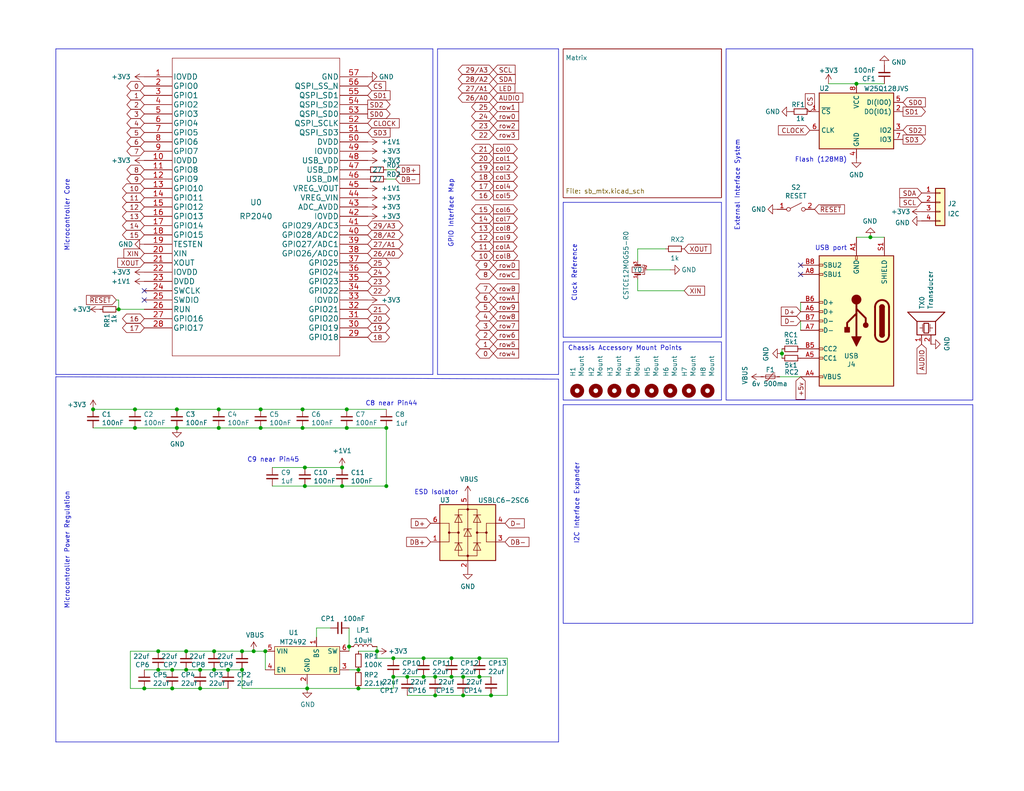
<source format=kicad_sch>
(kicad_sch (version 20230121) (generator eeschema)
  (paper "USLetter")
  (title_block (title "Sweet Business") (date "2021-09-10") (rev "Mark 1") (company "Everywhere Defense Industries") (comment 1 "Audio Interface Enabled") (comment 2 "Wow That's A Lot Of Buttons") (comment 3 "Maybe Too Many Lights?") (comment 4 "Reloads On Special Ammo Pickup"))
  (junction (at 105.41 116.84))
  (junction (at 59.69 111.76))
  (junction (at 43.18 182.88))
  (junction (at 126.365 189.865))
  (junction (at 115.57 184.785))
  (junction (at 82.55 116.84))
  (junction (at 48.26 111.76))
  (junction (at 83.82 187.96))
  (junction (at 72.39 177.8))
  (junction (at 54.61 182.88))
  (junction (at 25.4 111.76))
  (junction (at 123.19 184.785))
  (junction (at 102.87 177.8))
  (junction (at 213.36 96.52))
  (junction (at 97.79 187.96))
  (junction (at 50.8 177.8))
  (junction (at 93.345 127.635))
  (junction (at 118.745 189.865))
  (junction (at 133.985 189.865))
  (junction (at 36.83 116.84))
  (junction (at 105.41 132.715))
  (junction (at 50.8 182.88))
  (junction (at 115.57 179.705))
  (junction (at 123.19 179.705))
  (junction (at 32.385 84.455))
  (junction (at 54.61 187.96))
  (junction (at 71.12 116.84))
  (junction (at 126.365 184.785))
  (junction (at 107.315 184.785))
  (junction (at 118.745 184.785))
  (junction (at 71.12 111.76))
  (junction (at 66.04 182.88))
  (junction (at 48.26 116.84))
  (junction (at 58.42 177.8))
  (junction (at 237.49 64.77))
  (junction (at 94.615 116.84))
  (junction (at 83.185 132.715))
  (junction (at 39.37 187.96))
  (junction (at 111.125 184.785))
  (junction (at 97.79 182.88))
  (junction (at 95.25 176.53))
  (junction (at 43.18 177.8))
  (junction (at 66.04 177.8))
  (junction (at 58.42 182.88))
  (junction (at 59.69 116.84))
  (junction (at 83.185 127.635))
  (junction (at 93.345 132.715))
  (junction (at 36.83 111.76))
  (junction (at 46.99 182.88))
  (junction (at 46.99 187.96))
  (junction (at 69.215 177.8))
  (junction (at 107.315 179.705))
  (junction (at 130.81 184.785))
  (junction (at 130.81 179.705))
  (junction (at 233.68 22.86))
  (junction (at 82.55 111.76))
  (junction (at 62.23 182.88))
  (junction (at 94.615 111.76))
  (no_connect (at 39.37 81.915))
  (no_connect (at 39.37 79.375))
  (no_connect (at 218.44 74.93))
  (no_connect (at 218.44 72.39))
  (wire (pts (xy 86.36 173.99) (xy 86.36 171.45)))
  (wire (pts (xy 43.18 182.88) (xy 39.37 182.88)))
  (wire (pts (xy 218.44 82.55) (xy 218.44 85.09)))
  (wire (pts (xy 115.57 179.705) (xy 123.19 179.705)))
  (wire (pts (xy 71.12 116.84) (xy 59.69 116.84)))
  (wire (pts (xy 105.41 132.715) (xy 105.41 116.84)))
  (wire (pts (xy 123.19 184.785) (xy 118.745 184.785)))
  (polyline (pts (xy 15.24 202.565) (xy 152.4 202.565)))
  (polyline (pts (xy 152.4 102.235) (xy 152.4 13.335)))
  (polyline (pts (xy 152.4 103.505) (xy 152.4 202.565)))
  (wire (pts (xy 95.25 176.53) (xy 95.25 177.8)))
  (wire (pts (xy 94.615 116.84) (xy 105.41 116.84)))
  (wire (pts (xy 54.61 187.96) (xy 62.23 187.96)))
  (wire (pts (xy 95.25 171.45) (xy 95.25 176.53)))
  (wire (pts (xy 126.365 189.865) (xy 118.745 189.865)))
  (wire (pts (xy 82.55 116.84) (xy 71.12 116.84)))
  (wire (pts (xy 69.215 177.8) (xy 72.39 177.8)))
  (wire (pts (xy 74.295 127.635) (xy 83.185 127.635)))
  (polyline (pts (xy 15.24 102.235) (xy 15.24 13.335)))
  (wire (pts (xy 102.87 179.705) (xy 107.315 179.705)))
  (wire (pts (xy 36.83 111.76) (xy 25.4 111.76)))
  (wire (pts (xy 46.99 187.96) (xy 54.61 187.96)))
  (wire (pts (xy 54.61 182.88) (xy 50.8 182.88)))
  (wire (pts (xy 107.95 48.895) (xy 105.41 48.895)))
  (polyline (pts (xy 153.67 55.245) (xy 153.67 92.075)))
  (wire (pts (xy 94.615 111.76) (xy 105.41 111.76)))
  (polyline (pts (xy 153.67 170.18) (xy 153.67 110.49)))
  (wire (pts (xy 35.56 187.96) (xy 39.37 187.96)))
  (wire (pts (xy 111.125 184.785) (xy 115.57 184.785)))
  (wire (pts (xy 82.55 116.84) (xy 94.615 116.84)))
  (polyline (pts (xy 118.11 102.235) (xy 15.24 102.235)))
  (wire (pts (xy 32.385 81.915) (xy 32.385 84.455)))
  (polyline (pts (xy 198.12 109.22) (xy 198.12 13.335)))
  (polyline (pts (xy 153.67 92.075) (xy 196.85 92.075)))
  (wire (pts (xy 74.295 132.715) (xy 83.185 132.715)))
  (wire (pts (xy 31.75 81.915) (xy 32.385 81.915)))
  (wire (pts (xy 36.83 116.84) (xy 25.4 116.84)))
  (wire (pts (xy 118.745 189.865) (xy 111.125 189.865)))
  (wire (pts (xy 123.19 184.785) (xy 126.365 184.785)))
  (wire (pts (xy 118.745 184.785) (xy 115.57 184.785)))
  (wire (pts (xy 58.42 177.8) (xy 50.8 177.8)))
  (wire (pts (xy 107.315 184.785) (xy 107.315 187.96)))
  (wire (pts (xy 107.95 46.355) (xy 105.41 46.355)))
  (wire (pts (xy 86.36 171.45) (xy 90.17 171.45)))
  (wire (pts (xy 48.26 111.76) (xy 36.83 111.76)))
  (polyline (pts (xy 196.85 109.22) (xy 196.85 93.345)))
  (polyline (pts (xy 153.67 93.345) (xy 153.67 109.22)))
  (wire (pts (xy 233.68 22.86) (xy 241.3 22.86)))
  (wire (pts (xy 213.36 95.25) (xy 213.36 96.52)))
  (wire (pts (xy 173.99 67.945) (xy 173.99 71.12)))
  (polyline (pts (xy 153.67 110.49) (xy 265.43 110.49)))
  (wire (pts (xy 39.37 187.96) (xy 46.99 187.96)))
  (polyline (pts (xy 152.4 103.505) (xy 15.24 102.87)))
  (wire (pts (xy 138.43 179.705) (xy 138.43 189.865)))
  (wire (pts (xy 130.81 179.705) (xy 138.43 179.705)))
  (wire (pts (xy 59.69 116.84) (xy 48.26 116.84)))
  (wire (pts (xy 133.985 184.785) (xy 130.81 184.785)))
  (wire (pts (xy 83.82 187.96) (xy 97.79 187.96)))
  (wire (pts (xy 107.315 184.785) (xy 111.125 184.785)))
  (polyline (pts (xy 265.43 109.22) (xy 198.12 109.22)))
  (wire (pts (xy 82.55 111.76) (xy 71.12 111.76)))
  (polyline (pts (xy 265.43 110.49) (xy 265.43 170.18)))
  (polyline (pts (xy 152.4 13.335) (xy 119.38 13.335)))
  (wire (pts (xy 107.315 179.705) (xy 115.57 179.705)))
  (wire (pts (xy 58.42 182.88) (xy 54.61 182.88)))
  (polyline (pts (xy 15.24 13.335) (xy 118.11 13.335)))
  (wire (pts (xy 93.345 132.715) (xy 105.41 132.715)))
  (polyline (pts (xy 119.38 102.235) (xy 152.4 102.235)))
  (wire (pts (xy 176.53 73.66) (xy 182.88 73.66)))
  (wire (pts (xy 66.04 187.96) (xy 83.82 187.96)))
  (wire (pts (xy 48.26 116.84) (xy 36.83 116.84)))
  (wire (pts (xy 212.725 102.87) (xy 218.44 102.87)))
  (wire (pts (xy 241.3 64.77) (xy 237.49 64.77)))
  (wire (pts (xy 97.79 187.96) (xy 107.315 187.96)))
  (wire (pts (xy 50.8 182.88) (xy 46.99 182.88)))
  (wire (pts (xy 173.99 76.2) (xy 173.99 79.375)))
  (polyline (pts (xy 153.67 109.22) (xy 196.85 109.22)))
  (wire (pts (xy 102.87 176.53) (xy 102.87 177.8)))
  (polyline (pts (xy 265.43 170.18) (xy 153.67 170.18)))
  (wire (pts (xy 237.49 64.77) (xy 233.68 64.77)))
  (wire (pts (xy 102.87 177.8) (xy 102.87 179.705)))
  (wire (pts (xy 173.99 79.375) (xy 186.69 79.375)))
  (wire (pts (xy 83.185 132.715) (xy 93.345 132.715)))
  (wire (pts (xy 50.8 177.8) (xy 43.18 177.8)))
  (wire (pts (xy 95.25 182.88) (xy 97.79 182.88)))
  (polyline (pts (xy 118.11 13.335) (xy 118.11 102.235)))
  (wire (pts (xy 138.43 189.865) (xy 133.985 189.865)))
  (wire (pts (xy 213.36 96.52) (xy 213.36 97.79)))
  (wire (pts (xy 66.04 177.8) (xy 58.42 177.8)))
  (wire (pts (xy 83.82 187.96) (xy 83.82 186.69)))
  (wire (pts (xy 83.185 127.635) (xy 93.345 127.635)))
  (polyline (pts (xy 15.24 102.87) (xy 15.24 202.565)))
  (wire (pts (xy 218.44 87.63) (xy 218.44 90.17)))
  (wire (pts (xy 66.04 182.88) (xy 62.23 182.88)))
  (polyline (pts (xy 198.12 13.335) (xy 265.43 13.335)))
  (wire (pts (xy 59.69 111.76) (xy 48.26 111.76)))
  (wire (pts (xy 43.18 177.8) (xy 35.56 177.8)))
  (wire (pts (xy 46.99 182.88) (xy 43.18 182.88)))
  (wire (pts (xy 173.99 67.945) (xy 181.61 67.945)))
  (wire (pts (xy 130.81 184.785) (xy 126.365 184.785)))
  (polyline (pts (xy 119.38 13.335) (xy 119.38 102.235)))
  (wire (pts (xy 32.385 84.455) (xy 39.37 84.455)))
  (wire (pts (xy 62.23 182.88) (xy 58.42 182.88)))
  (wire (pts (xy 66.04 182.88) (xy 66.04 187.96)))
  (polyline (pts (xy 196.85 92.075) (xy 196.85 55.245)))
  (wire (pts (xy 123.19 179.705) (xy 130.81 179.705)))
  (wire (pts (xy 97.79 177.8) (xy 102.87 177.8)))
  (wire (pts (xy 72.39 177.8) (xy 72.39 182.88)))
  (wire (pts (xy 35.56 177.8) (xy 35.56 187.96)))
  (wire (pts (xy 66.04 177.8) (xy 69.215 177.8)))
  (polyline (pts (xy 196.85 55.245) (xy 153.67 55.245)))
  (wire (pts (xy 82.55 111.76) (xy 94.615 111.76)))
  (polyline (pts (xy 265.43 13.335) (xy 265.43 109.22)))
  (wire (pts (xy 226.06 22.86) (xy 233.68 22.86)))
  (polyline (pts (xy 153.67 93.345) (xy 196.85 93.345)))
  (wire (pts (xy 71.12 111.76) (xy 59.69 111.76)))
  (wire (pts (xy 105.41 132.715) (xy 105.537 132.715)))
  (wire (pts (xy 133.985 189.865) (xy 126.365 189.865)))
  (text "External Interface System" (at 201.93 38.1 90) (effects (font (size 1.27 1.27)) (justify right bottom)))
  (text "GPIO Interface Map" (at 123.825 48.895 90) (effects (font (size 1.27 1.27)) (justify right bottom)))
  (text "Microcontroller Core" (at 19.05 48.895 90) (effects (font (size 1.27 1.27)) (justify right bottom)))
  (text "I2C Interface Expander" (at 158.115 148.59 90) (effects (font (size 1.27 1.27)) (justify left bottom)))
  (text "C9 near Pin45" (at 67.437 126.365 0) (effects (font (size 1.27 1.27)) (justify left bottom)))
  (text "Flash (128MB)" (at 231.14 44.45 0) (effects (font (size 1.27 1.27)) (justify right bottom)))
  (text "Chassis Accessory Mount Points" (at 154.94 95.885 0) (effects (font (size 1.27 1.27)) (justify left bottom)))
  (text "ESD Isolator" (at 125.095 135.255 0) (effects (font (size 1.27 1.27)) (justify right bottom)))
  (text "USB port" (at 231.14 68.58 0) (effects (font (size 1.27 1.27)) (justify right bottom)))
  (text "Microcontroller Power Regulation" (at 19.05 166.37 90) (effects (font (size 1.27 1.27)) (justify left bottom)))
  (text "C8 near Pin44" (at 99.695 110.998 0) (effects (font (size 1.27 1.27)) (justify left bottom)))
  (text "Clock Reference" (at 157.48 66.675 90) (effects (font (size 1.27 1.27)) (justify right bottom)))
  (global_label "19" (shape bidirectional) (at 134.62 45.72 180) (property "Intersheetrefs" "${INTERSHEET_REFS}" (effects hide)))
  (global_label "18" (shape bidirectional) (at 100.33 92.075 0) (property "Intersheetrefs" "${INTERSHEET_REFS}" (effects hide)))
  (global_label "9" (shape bidirectional) (at 134.62 72.39 180) (property "Intersheetrefs" "${INTERSHEET_REFS}" (effects hide)))
  (global_label "16" (shape bidirectional) (at 39.37 86.995 180) (property "Intersheetrefs" "${INTERSHEET_REFS}" (effects hide)))
  (global_label "26{slash}A0" (shape bidirectional) (at 134.62 26.67 180) (property "Intersheetrefs" "${INTERSHEET_REFS}" (effects hide)))
  (global_label "CLOCK" (shape input) (at 220.98 35.56 180) (property "Intersheetrefs" "${INTERSHEET_REFS}" (effects hide)))
  (global_label "rowB" (shape input) (at 134.62 78.74 0) (property "Intersheetrefs" "${INTERSHEET_REFS}" (effects hide)))
  (global_label "row5" (shape input) (at 134.62 93.98 0) (property "Intersheetrefs" "${INTERSHEET_REFS}" (effects hide)))
  (global_label "rowA" (shape input) (at 134.62 81.28 0) (property "Intersheetrefs" "${INTERSHEET_REFS}" (effects hide)))
  (global_label "3" (shape bidirectional) (at 134.62 88.9 180) (property "Intersheetrefs" "${INTERSHEET_REFS}" (effects hide)))
  (global_label "AUDIO" (shape input) (at 251.46 93.98 270) (property "Intersheetrefs" "${INTERSHEET_REFS}" (effects hide)))
  (global_label "25" (shape bidirectional) (at 134.62 29.21 180) (property "Intersheetrefs" "${INTERSHEET_REFS}" (effects hide)))
  (global_label "11" (shape bidirectional) (at 39.37 53.975 180) (property "Intersheetrefs" "${INTERSHEET_REFS}" (effects hide)))
  (global_label "29{slash}A3" (shape bidirectional) (at 100.33 61.595 0) (property "Intersheetrefs" "${INTERSHEET_REFS}" (effects hide)))
  (global_label "17" (shape bidirectional) (at 39.37 89.535 180) (property "Intersheetrefs" "${INTERSHEET_REFS}" (effects hide)))
  (global_label "1" (shape bidirectional) (at 134.62 93.98 180) (property "Intersheetrefs" "${INTERSHEET_REFS}" (effects hide)))
  (global_label "DB-" (shape input) (at 107.95 48.895 0) (property "Intersheetrefs" "${INTERSHEET_REFS}" (effects hide)))
  (global_label "+5v" (shape input) (at 218.44 102.87 270) (property "Intersheetrefs" "${INTERSHEET_REFS}" (effects hide)))
  (global_label "27{slash}A1" (shape bidirectional) (at 100.33 66.675 0) (property "Intersheetrefs" "${INTERSHEET_REFS}" (effects hide)))
  (global_label "12" (shape bidirectional) (at 39.37 56.515 180) (property "Intersheetrefs" "${INTERSHEET_REFS}" (effects hide)))
  (global_label "col1" (shape output) (at 134.62 43.18 0) (property "Intersheetrefs" "${INTERSHEET_REFS}" (effects hide)))
  (global_label "11" (shape bidirectional) (at 134.62 67.31 180) (property "Intersheetrefs" "${INTERSHEET_REFS}" (effects hide)))
  (global_label "rowD" (shape input) (at 134.62 72.39 0) (property "Intersheetrefs" "${INTERSHEET_REFS}" (effects hide)))
  (global_label "D+" (shape input) (at 218.44 85.09 180) (property "Intersheetrefs" "${INTERSHEET_REFS}" (effects hide)))
  (global_label "row3" (shape input) (at 134.62 36.83 0) (property "Intersheetrefs" "${INTERSHEET_REFS}" (effects hide)))
  (global_label "row9" (shape input) (at 134.62 83.82 0) (property "Intersheetrefs" "${INTERSHEET_REFS}" (effects hide)))
  (global_label "7" (shape bidirectional) (at 39.37 41.275 180) (property "Intersheetrefs" "${INTERSHEET_REFS}" (effects hide)))
  (global_label "24" (shape bidirectional) (at 100.33 74.295 0) (property "Intersheetrefs" "${INTERSHEET_REFS}" (effects hide)))
  (global_label "col7" (shape output) (at 134.62 59.69 0) (property "Intersheetrefs" "${INTERSHEET_REFS}" (effects hide)))
  (global_label "28{slash}A2" (shape bidirectional) (at 134.62 21.59 180) (property "Intersheetrefs" "${INTERSHEET_REFS}" (effects hide)))
  (global_label "29{slash}A3" (shape bidirectional) (at 134.62 19.05 180) (property "Intersheetrefs" "${INTERSHEET_REFS}" (effects hide)))
  (global_label "D-" (shape input) (at 137.795 142.875 0) (property "Intersheetrefs" "${INTERSHEET_REFS}" (effects hide)))
  (global_label "SD0" (shape output) (at 100.33 31.115 0) (property "Intersheetrefs" "${INTERSHEET_REFS}" (effects hide)))
  (global_label "SDA" (shape input) (at 134.62 21.59 0) (property "Intersheetrefs" "${INTERSHEET_REFS}" (effects hide)))
  (global_label "18" (shape bidirectional) (at 134.62 48.26 180) (property "Intersheetrefs" "${INTERSHEET_REFS}" (effects hide)))
  (global_label "XOUT" (shape input) (at 39.37 71.755 180) (property "Intersheetrefs" "${INTERSHEET_REFS}" (effects hide)))
  (global_label "8" (shape bidirectional) (at 39.37 46.355 180) (property "Intersheetrefs" "${INTERSHEET_REFS}" (effects hide)))
  (global_label "col4" (shape output) (at 134.62 50.8 0) (property "Intersheetrefs" "${INTERSHEET_REFS}" (effects hide)))
  (global_label "LED" (shape input) (at 134.62 24.13 0) (property "Intersheetrefs" "${INTERSHEET_REFS}" (effects hide)))
  (global_label "20" (shape bidirectional) (at 100.33 86.995 0) (property "Intersheetrefs" "${INTERSHEET_REFS}" (effects hide)))
  (global_label "col9" (shape output) (at 134.62 64.77 0) (property "Intersheetrefs" "${INTERSHEET_REFS}" (effects hide)))
  (global_label "DB+" (shape input) (at 117.475 147.955 180) (property "Intersheetrefs" "${INTERSHEET_REFS}" (effects hide)))
  (global_label "9" (shape bidirectional) (at 39.37 48.895 180) (property "Intersheetrefs" "${INTERSHEET_REFS}" (effects hide)))
  (global_label "5" (shape bidirectional) (at 134.62 83.82 180) (property "Intersheetrefs" "${INTERSHEET_REFS}" (effects hide)))
  (global_label "4" (shape bidirectional) (at 39.37 33.655 180) (property "Intersheetrefs" "${INTERSHEET_REFS}" (effects hide)))
  (global_label "row1" (shape input) (at 134.62 29.21 0) (property "Intersheetrefs" "${INTERSHEET_REFS}" (effects hide)))
  (global_label "3" (shape bidirectional) (at 39.37 31.115 180) (property "Intersheetrefs" "${INTERSHEET_REFS}" (effects hide)))
  (global_label "16" (shape bidirectional) (at 134.62 53.34 180) (property "Intersheetrefs" "${INTERSHEET_REFS}" (effects hide)))
  (global_label "col5" (shape output) (at 134.62 53.34 0) (property "Intersheetrefs" "${INTERSHEET_REFS}" (effects hide)))
  (global_label "15" (shape bidirectional) (at 39.37 64.135 180) (property "Intersheetrefs" "${INTERSHEET_REFS}" (effects hide)))
  (global_label "XIN" (shape input) (at 186.69 79.375 0) (property "Intersheetrefs" "${INTERSHEET_REFS}" (effects hide)))
  (global_label "15" (shape bidirectional) (at 134.62 57.15 180) (property "Intersheetrefs" "${INTERSHEET_REFS}" (effects hide)))
  (global_label "13" (shape bidirectional) (at 134.62 62.23 180) (property "Intersheetrefs" "${INTERSHEET_REFS}" (effects hide)))
  (global_label "SD2" (shape input) (at 246.38 35.56 0) (property "Intersheetrefs" "${INTERSHEET_REFS}" (effects hide)))
  (global_label "colB" (shape output) (at 134.62 69.85 0) (property "Intersheetrefs" "${INTERSHEET_REFS}" (effects hide)))
  (global_label "col3" (shape output) (at 134.62 48.26 0) (property "Intersheetrefs" "${INTERSHEET_REFS}" (effects hide)))
  (global_label "26{slash}A0" (shape bidirectional) (at 100.33 69.215 0) (property "Intersheetrefs" "${INTERSHEET_REFS}" (effects hide)))
  (global_label "row4" (shape input) (at 134.62 96.52 0) (property "Intersheetrefs" "${INTERSHEET_REFS}" (effects hide)))
  (global_label "5" (shape bidirectional) (at 39.37 36.195 180) (property "Intersheetrefs" "${INTERSHEET_REFS}" (effects hide)))
  (global_label "SCL" (shape input) (at 251.46 55.245 180) (property "Intersheetrefs" "${INTERSHEET_REFS}" (effects hide)))
  (global_label "19" (shape bidirectional) (at 100.33 89.535 0) (property "Intersheetrefs" "${INTERSHEET_REFS}" (effects hide)))
  (global_label "col6" (shape output) (at 134.62 57.15 0) (property "Intersheetrefs" "${INTERSHEET_REFS}" (effects hide)))
  (global_label "SD1" (shape output) (at 246.38 30.48 0) (property "Intersheetrefs" "${INTERSHEET_REFS}" (effects hide)))
  (global_label "SD3" (shape input) (at 100.33 36.195 0) (property "Intersheetrefs" "${INTERSHEET_REFS}" (effects hide)))
  (global_label "row8" (shape input) (at 134.62 86.36 0) (property "Intersheetrefs" "${INTERSHEET_REFS}" (effects hide)))
  (global_label "row6" (shape input) (at 134.62 91.44 0) (property "Intersheetrefs" "${INTERSHEET_REFS}" (effects hide)))
  (global_label "CLOCK" (shape input) (at 100.33 33.655 0) (property "Intersheetrefs" "${INTERSHEET_REFS}" (effects hide)))
  (global_label "14" (shape bidirectional) (at 134.62 59.69 180) (property "Intersheetrefs" "${INTERSHEET_REFS}" (effects hide)))
  (global_label "6" (shape bidirectional) (at 134.62 81.28 180) (property "Intersheetrefs" "${INTERSHEET_REFS}" (effects hide)))
  (global_label "col8" (shape output) (at 134.62 62.23 0) (property "Intersheetrefs" "${INTERSHEET_REFS}" (effects hide)))
  (global_label "21" (shape bidirectional) (at 134.62 40.64 180) (property "Intersheetrefs" "${INTERSHEET_REFS}" (effects hide)))
  (global_label "0" (shape bidirectional) (at 39.37 23.495 180) (property "Intersheetrefs" "${INTERSHEET_REFS}" (effects hide)))
  (global_label "DB-" (shape input) (at 137.795 147.955 0) (property "Intersheetrefs" "${INTERSHEET_REFS}" (effects hide)))
  (global_label "col2" (shape output) (at 134.62 45.72 0) (property "Intersheetrefs" "${INTERSHEET_REFS}" (effects hide)))
  (global_label "SDA" (shape input) (at 251.46 52.705 180) (property "Intersheetrefs" "${INTERSHEET_REFS}" (effects hide)))
  (global_label "21" (shape bidirectional) (at 100.33 84.455 0) (property "Intersheetrefs" "${INTERSHEET_REFS}" (effects hide)))
  (global_label "23" (shape bidirectional) (at 100.33 76.835 0) (property "Intersheetrefs" "${INTERSHEET_REFS}" (effects hide)))
  (global_label "8" (shape bidirectional) (at 134.62 74.93 180) (property "Intersheetrefs" "${INTERSHEET_REFS}" (effects hide)))
  (global_label "14" (shape bidirectional) (at 39.37 61.595 180) (property "Intersheetrefs" "${INTERSHEET_REFS}" (effects hide)))
  (global_label "0" (shape bidirectional) (at 134.62 96.52 180) (property "Intersheetrefs" "${INTERSHEET_REFS}" (effects hide)))
  (global_label "22" (shape bidirectional) (at 100.33 79.375 0) (property "Intersheetrefs" "${INTERSHEET_REFS}" (effects hide)))
  (global_label "2" (shape bidirectional) (at 39.37 28.575 180) (property "Intersheetrefs" "${INTERSHEET_REFS}" (effects hide)))
  (global_label "colA" (shape output) (at 134.62 67.31 0) (property "Intersheetrefs" "${INTERSHEET_REFS}" (effects hide)))
  (global_label "SD0" (shape input) (at 246.38 27.94 0) (property "Intersheetrefs" "${INTERSHEET_REFS}" (effects hide)))
  (global_label "CS" (shape input) (at 220.98 30.48 90) (property "Intersheetrefs" "${INTERSHEET_REFS}" (effects hide)))
  (global_label "SD2" (shape output) (at 100.33 28.575 0) (property "Intersheetrefs" "${INTERSHEET_REFS}" (effects hide)))
  (global_label "25" (shape bidirectional) (at 100.33 71.755 0) (property "Intersheetrefs" "${INTERSHEET_REFS}" (effects hide)))
  (global_label "23" (shape bidirectional) (at 134.62 34.29 180) (property "Intersheetrefs" "${INTERSHEET_REFS}" (effects hide)))
  (global_label "row0" (shape input) (at 134.62 31.75 0) (property "Intersheetrefs" "${INTERSHEET_REFS}" (effects hide)))
  (global_label "28{slash}A2" (shape bidirectional) (at 100.33 64.135 0) (property "Intersheetrefs" "${INTERSHEET_REFS}" (effects hide)))
  (global_label "4" (shape bidirectional) (at 134.62 86.36 180) (property "Intersheetrefs" "${INTERSHEET_REFS}" (effects hide)))
  (global_label "~{RESET}" (shape input) (at 31.75 81.915 180) (property "Intersheetrefs" "${INTERSHEET_REFS}" (effects hide)))
  (global_label "12" (shape bidirectional) (at 134.62 64.77 180) (property "Intersheetrefs" "${INTERSHEET_REFS}" (effects hide)))
  (global_label "7" (shape bidirectional) (at 134.62 78.74 180) (property "Intersheetrefs" "${INTERSHEET_REFS}" (effects hide)))
  (global_label "27{slash}A1" (shape bidirectional) (at 134.62 24.13 180) (property "Intersheetrefs" "${INTERSHEET_REFS}" (effects hide)))
  (global_label "SD3" (shape output) (at 246.38 38.1 0) (property "Intersheetrefs" "${INTERSHEET_REFS}" (effects hide)))
  (global_label "XIN" (shape input) (at 39.37 69.215 180) (property "Intersheetrefs" "${INTERSHEET_REFS}" (effects hide)))
  (global_label "SD1" (shape input) (at 100.33 26.035 0) (property "Intersheetrefs" "${INTERSHEET_REFS}" (effects hide)))
  (global_label "XOUT" (shape input) (at 186.69 67.945 0) (property "Intersheetrefs" "${INTERSHEET_REFS}" (effects hide)))
  (global_label "SCL" (shape input) (at 134.62 19.05 0) (property "Intersheetrefs" "${INTERSHEET_REFS}" (effects hide)))
  (global_label "17" (shape bidirectional) (at 134.62 50.8 180) (property "Intersheetrefs" "${INTERSHEET_REFS}" (effects hide)))
  (global_label "D-" (shape input) (at 218.44 87.63 180) (property "Intersheetrefs" "${INTERSHEET_REFS}" (effects hide)))
  (global_label "rowC" (shape input) (at 134.62 74.93 0) (property "Intersheetrefs" "${INTERSHEET_REFS}" (effects hide)))
  (global_label "10" (shape bidirectional) (at 134.62 69.85 180) (property "Intersheetrefs" "${INTERSHEET_REFS}" (effects hide)))
  (global_label "row7" (shape input) (at 134.62 88.9 0) (property "Intersheetrefs" "${INTERSHEET_REFS}" (effects hide)))
  (global_label "col0" (shape output) (at 134.62 40.64 0) (property "Intersheetrefs" "${INTERSHEET_REFS}" (effects hide)))
  (global_label "13" (shape bidirectional) (at 39.37 59.055 180) (property "Intersheetrefs" "${INTERSHEET_REFS}" (effects hide)))
  (global_label "~{RESET}" (shape input) (at 222.25 57.15 0) (property "Intersheetrefs" "${INTERSHEET_REFS}" (effects hide)))
  (global_label "24" (shape bidirectional) (at 134.62 31.75 180) (property "Intersheetrefs" "${INTERSHEET_REFS}" (effects hide)))
  (global_label "1" (shape bidirectional) (at 39.37 26.035 180) (property "Intersheetrefs" "${INTERSHEET_REFS}" (effects hide)))
  (global_label "DB+" (shape input) (at 107.95 46.355 0) (property "Intersheetrefs" "${INTERSHEET_REFS}" (effects hide)))
  (global_label "10" (shape bidirectional) (at 39.37 51.435 180) (property "Intersheetrefs" "${INTERSHEET_REFS}" (effects hide)))
  (global_label "20" (shape bidirectional) (at 134.62 43.18 180) (property "Intersheetrefs" "${INTERSHEET_REFS}" (effects hide)))
  (global_label "row2" (shape input) (at 134.62 34.29 0) (property "Intersheetrefs" "${INTERSHEET_REFS}" (effects hide)))
  (global_label "22" (shape bidirectional) (at 134.62 36.83 180) (property "Intersheetrefs" "${INTERSHEET_REFS}" (effects hide)))
  (global_label "D+" (shape input) (at 117.475 142.875 180) (property "Intersheetrefs" "${INTERSHEET_REFS}" (effects hide)))
  (global_label "6" (shape bidirectional) (at 39.37 38.735 180) (property "Intersheetrefs" "${INTERSHEET_REFS}" (effects hide)))
  (global_label "2" (shape bidirectional) (at 134.62 91.44 180) (property "Intersheetrefs" "${INTERSHEET_REFS}" (effects hide)))
  (global_label "CS" (shape input) (at 100.33 23.495 0) (property "Intersheetrefs" "${INTERSHEET_REFS}" (effects hide)))
  (global_label "AUDIO" (shape input) (at 134.62 26.67 0) (property "Intersheetrefs" "${INTERSHEET_REFS}" (effects hide)))
  (symbol (lib_id "Device:C_Small") (at 66.04 180.34 180) (unit 1)
    (property "Reference" "CP9" (at 63.7032 181.5084 0) (effects (justify left)))
    (property "Value" "22uf" (at 63.7032 179.197 0) (effects (justify left)))
    (property "Footprint" "EDI:Passive_0402_1005Metric" (effects hide))
    (property "LCSC" "C415703" (effects hide))
  )
  (symbol (lib_id "power:+3V3") (at 102.87 177.8 270) (unit 1)
    (property "Reference" "#PWR0106" (effects hide))
    (property "Value" "+3V3" (at 108.585 177.8 90))
  )
  (symbol (lib_id "power:VBUS") (at 69.215 177.8 0) (unit 1)
    (property "Reference" "#PWR0107" (effects hide))
    (property "Value" "VBUS" (at 69.596 173.4058 0))
  )
  (symbol (lib_id "Mechanical:MountingHole") (at 157.48 106.68 0) (unit 1)
    (property "Reference" "H1" (at 156.3116 102.87 90) (effects (justify left)))
    (property "Value" "Mount" (at 158.623 102.87 90) (effects (justify left)))
    (property "Footprint" "MountingHole:MountingHole_3.2mm_M3" (effects hide))
  )
  (symbol (lib_id "Mechanical:MountingHole") (at 162.56 106.68 0) (unit 1)
    (property "Reference" "H2" (at 161.3916 102.87 90) (effects (justify left)))
    (property "Value" "Mount" (at 163.703 102.87 90) (effects (justify left)))
    (property "Footprint" "MountingHole:MountingHole_3.2mm_M3" (effects hide))
  )
  (symbol (lib_id "Mechanical:MountingHole") (at 167.64 106.68 0) (unit 1)
    (property "Reference" "H3" (at 166.4716 102.87 90) (effects (justify left)))
    (property "Value" "Mount" (at 168.783 102.87 90) (effects (justify left)))
    (property "Footprint" "MountingHole:MountingHole_3.2mm_M3" (effects hide))
  )
  (symbol (lib_id "Mechanical:MountingHole") (at 172.72 106.68 0) (unit 1)
    (property "Reference" "H4" (at 171.5516 102.87 90) (effects (justify left)))
    (property "Value" "Mount" (at 173.863 102.87 90) (effects (justify left)))
    (property "Footprint" "MountingHole:MountingHole_3.2mm_M3" (effects hide))
  )
  (symbol (lib_id "Mechanical:MountingHole") (at 177.8 106.68 0) (unit 1)
    (property "Reference" "H5" (at 176.6316 102.87 90) (effects (justify left)))
    (property "Value" "Mount" (at 178.943 102.87 90) (effects (justify left)))
    (property "Footprint" "MountingHole:MountingHole_3.2mm_M3" (effects hide))
  )
  (symbol (lib_id "Mechanical:MountingHole") (at 182.88 106.68 0) (unit 1)
    (property "Reference" "H6" (at 181.7116 102.87 90) (effects (justify left)))
    (property "Value" "Mount" (at 184.023 102.87 90) (effects (justify left)))
    (property "Footprint" "MountingHole:MountingHole_3.2mm_M3" (effects hide))
  )
  (symbol (lib_id "Mechanical:MountingHole") (at 187.96 106.68 0) (unit 1)
    (property "Reference" "H7" (at 186.7916 102.87 90) (effects (justify left)))
    (property "Value" "Mount" (at 189.103 102.87 90) (effects (justify left)))
    (property "Footprint" "MountingHole:MountingHole_3.2mm_M3" (effects hide))
  )
  (symbol (lib_id "Mechanical:MountingHole") (at 193.04 106.68 0) (unit 1)
    (property "Reference" "H8" (at 191.8716 102.87 90) (effects (justify left)))
    (property "Value" "Mount" (at 194.183 102.87 90) (effects (justify left)))
    (property "Footprint" "MountingHole:MountingHole_3.2mm_M3" (effects hide))
  )
  (symbol (lib_id "Connector_Generic:Conn_01x04") (at 256.54 55.245 0) (unit 1)
    (property "Reference" "J2" (at 258.572 55.6065 0) (effects (justify left)))
    (property "Value" "I2C" (at 258.572 58.3816 0) (effects (justify left)))
    (property "Footprint" "Connector_PinHeader_2.54mm:PinHeader_1x04_P2.54mm_Vertical" (effects hide))
  )
  (symbol (lib_id "Device:C_Small") (at 118.745 187.325 180) (unit 1)
    (property "Reference" "CP16" (at 116.4082 188.4934 0) (effects (justify left)))
    (property "Value" "22uf" (at 116.4082 186.182 0) (effects (justify left)))
    (property "Footprint" "EDI:Passive_0402_1005Metric" (effects hide))
    (property "LCSC" "C415703" (effects hide))
  )
  (symbol (lib_id "Device:C_Small") (at 71.12 114.3 0) (unit 1)
    (property "Reference" "C5" (at 73.4568 113.1316 0) (effects (justify left)))
    (property "Value" "100nF" (at 73.4568 115.443 0) (effects (justify left)))
    (property "Footprint" "EDI:Passive_0402_1005Metric" (effects hide))
    (property "LCSC" "C1525" (effects hide))
  )
  (symbol (lib_id "Device:C_Small") (at 36.83 114.3 0) (unit 1)
    (property "Reference" "C2" (at 39.1668 113.1316 0) (effects (justify left)))
    (property "Value" "100nF" (at 39.1668 115.443 0) (effects (justify left)))
    (property "Footprint" "EDI:Passive_0402_1005Metric" (effects hide))
    (property "LCSC" "C1525" (effects hide))
  )
  (symbol (lib_id "Device:R_Small") (at 97.79 185.42 0) (unit 1)
    (property "Reference" "RP2" (at 99.2886 184.2516 0) (effects (justify left)))
    (property "Value" "22.1K" (at 99.2886 186.563 0) (effects (justify left)))
    (property "Footprint" "EDI:Passive_0402_1005Metric" (effects hide))
    (property "LCSC" "C43473" (effects hide))
  )
  (symbol (lib_id "Device:R_Small") (at 102.87 46.355 270) (unit 1)
    (property "Reference" "RD1" (at 105.41 45.085 90) (effects (justify left)))
    (property "Value" "27" (at 101.6 46.355 90) (effects (justify left)))
    (property "Footprint" "EDI:Passive_0402_1005Metric" (effects hide))
    (property "LCSC" "C413051 " (effects hide))
  )
  (symbol (lib_id "Device:C_Small") (at 82.55 114.3 0) (unit 1)
    (property "Reference" "C6" (at 84.8868 113.1316 0) (effects (justify left)))
    (property "Value" "100nF" (at 84.8868 115.443 0) (effects (justify left)))
    (property "Footprint" "EDI:Passive_0402_1005Metric" (effects hide))
    (property "LCSC" "C1525" (effects hide))
  )
  (symbol (lib_id "Device:C_Small") (at 43.18 180.34 180) (unit 1)
    (property "Reference" "CP6" (at 40.8432 181.5084 0) (effects (justify left)))
    (property "Value" "22uf" (at 40.8432 179.197 0) (effects (justify left)))
    (property "Footprint" "EDI:Passive_0402_1005Metric" (effects hide))
    (property "LCSC" "C415703" (effects hide))
  )
  (symbol (lib_id "Device:C_Small") (at 241.3 20.32 180) (unit 1)
    (property "Reference" "CF1" (at 238.9632 21.4884 0) (effects (justify left)))
    (property "Value" "100nF" (at 238.9632 19.177 0) (effects (justify left)))
    (property "Footprint" "EDI:Passive_0402_1005Metric" (effects hide))
    (property "LCSC" "C1525" (effects hide))
  )
  (symbol (lib_id "Memory_Flash:W25Q128JVS") (at 233.68 33.02 0) (unit 1)
    (property "Reference" "U2" (at 223.52 24.13 0) (effects (justify left)))
    (property "Value" "W25Q128JVS" (at 235.6994 24.2086 0) (effects (justify left)))
    (property "Footprint" "Package_SO:SOIC-8_5.23x5.23mm_P1.27mm" (effects hide))
    (property "Datasheet" "http://www.winbond.com/resource-files/w25q128jv_dtr%20revc%2003272018%20plus.pdf" (effects hide))
    (property "LCSC" "C97521" (effects hide))
  )
  (symbol (lib_name "GND_1") (lib_id "power:GND") (at 251.46 60.325 270) (unit 1)
    (property "Reference" "#PWR0102" (effects hide))
    (property "Value" "GND" (at 248.2851 60.804 90) (effects (justify right)))
  )
  (symbol (lib_id "Device:C_Small") (at 111.125 187.325 180) (unit 1)
    (property "Reference" "CP17" (at 108.7882 188.4934 0) (effects (justify left)))
    (property "Value" "22uf" (at 108.7882 186.182 0) (effects (justify left)))
    (property "Footprint" "EDI:Passive_0402_1005Metric" (effects hide))
    (property "LCSC" "C415703" (effects hide))
  )
  (symbol (lib_id "Device:C_Small") (at 46.99 185.42 0) (unit 1)
    (property "Reference" "CP4" (at 49.3268 184.2516 0) (effects (justify left)))
    (property "Value" "22uf" (at 49.3268 186.563 0) (effects (justify left)))
    (property "Footprint" "EDI:Passive_0402_1005Metric" (effects hide))
    (property "LCSC" "C415703" (effects hide))
  )
  (symbol (lib_id "Device:C_Small") (at 92.71 171.45 90) (unit 1)
    (property "Reference" "CP1" (at 91.44 168.91 90) (effects (justify left)))
    (property "Value" "100nF" (at 99.695 168.91 90) (effects (justify left)))
    (property "Footprint" "EDI:Passive_0402_1005Metric" (effects hide))
    (property "LCSC" "C1525" (effects hide))
  )
  (symbol (lib_id "power:+3V3") (at 25.4 111.76 0) (unit 1)
    (property "Reference" "#PWR05" (effects hide))
    (property "Value" "+3V3" (at 20.955 110.49 0))
  )
  (symbol (lib_id "power:+3V3") (at 100.33 59.055 270) (unit 1)
    (property "Reference" "#PWR0101" (effects hide))
    (property "Value" "+3V3" (at 106.68 59.055 90))
  )
  (symbol (lib_id "power:+1V1") (at 100.33 38.735 270) (unit 1)
    (property "Reference" "#PWR0109" (effects hide))
    (property "Value" "+1V1" (at 106.68 38.735 90))
  )
  (symbol (lib_id "power:+1V1") (at 39.37 76.835 90) (unit 1)
    (property "Reference" "#PWR0115" (effects hide))
    (property "Value" "+1V1" (at 33.02 76.835 90))
  )
  (symbol (lib_id "power:+3V3") (at 39.37 20.955 90) (unit 1)
    (property "Reference" "#PWR0110" (effects hide))
    (property "Value" "+3V3" (at 33.02 20.955 90))
  )
  (symbol (lib_id "power:GND") (at 182.88 73.66 90) (unit 1)
    (property "Reference" "#PWR01" (effects hide))
    (property "Value" "GND" (at 187.96 73.66 90))
  )
  (symbol (lib_id "Device:R_Small") (at 215.9 95.25 90) (unit 1)
    (property "Reference" "RC1" (at 217.805 91.44 90) (effects (justify left)))
    (property "Value" "5k1" (at 217.805 93.345 90) (effects (justify left)))
    (property "Footprint" "EDI:Passive_0402_1005Metric" (effects hide))
    (property "LCSC" "C25905" (effects hide))
  )
  (symbol (lib_id "Device:C_Small") (at 74.295 130.175 0) (unit 1)
    (property "Reference" "C9" (at 76.6318 129.0066 0) (effects (justify left)))
    (property "Value" "1uf" (at 76.6318 131.318 0) (effects (justify left)))
    (property "Footprint" "EDI:Passive_0402_1005Metric" (effects hide))
    (property "LCSC" "C52923" (effects hide))
  )
  (symbol (lib_id "power:VBUS") (at 127.635 135.255 0) (unit 1)
    (property "Reference" "#PWR0130" (effects hide))
    (property "Value" "VBUS" (at 128.016 130.8608 0))
  )
  (symbol (lib_id "Device:C_Small") (at 39.37 185.42 0) (unit 1)
    (property "Reference" "CP5" (at 41.7068 184.2516 0) (effects (justify left)))
    (property "Value" "22uf" (at 41.7068 186.563 0) (effects (justify left)))
    (property "Footprint" "EDI:Passive_0402_1005Metric" (effects hide))
    (property "LCSC" "C415703" (effects hide))
  )
  (symbol (lib_id "power:GND") (at 237.49 64.77 180) (unit 1)
    (property "Reference" "#PWR0125" (effects hide))
    (property "Value" "GND" (at 237.363 60.3758 0))
  )
  (symbol (lib_id "power:GND") (at 215.9 30.48 270) (unit 1)
    (property "Reference" "#PWR0129" (effects hide))
    (property "Value" "GND" (at 210.82 30.48 90))
  )
  (symbol (lib_id "power:GND") (at 83.82 187.96 0) (unit 1)
    (property "Reference" "#PWR0105" (effects hide))
    (property "Value" "GND" (at 83.947 192.3542 0))
  )
  (symbol (lib_name "GND_1") (lib_id "power:GND") (at 127.635 155.575 0) (unit 1)
    (property "Reference" "#PWR0132" (effects hide))
    (property "Value" "GND" (at 127.635 160.1375 0))
  )
  (symbol (lib_id "power:+3V3") (at 251.46 57.785 90) (unit 1)
    (property "Reference" "#PWR0116" (effects hide))
    (property "Value" "+3V3" (at 245.745 57.785 90))
  )
  (symbol (lib_name "+3V3_1") (lib_id "power:+3V3") (at 226.06 22.86 0) (unit 1)
    (property "Reference" "#PWR0127" (effects hide))
    (property "Value" "+3V3" (at 226.06 19.2555 0))
  )
  (symbol (lib_id "Device:C_Small") (at 25.4 114.3 0) (unit 1)
    (property "Reference" "C1" (at 27.7368 113.1316 0) (effects (justify left)))
    (property "Value" "100nF" (at 27.7368 115.443 0) (effects (justify left)))
    (property "Footprint" "EDI:Passive_0402_1005Metric" (effects hide))
    (property "LCSC" "C1525" (effects hide))
  )
  (symbol (lib_id "power:GND") (at 254 93.98 90) (unit 1)
    (property "Reference" "#PWR0114" (effects hide))
    (property "Value" "GND" (at 258.3942 93.853 0))
  )
  (symbol (lib_id "Device:C_Small") (at 62.23 185.42 0) (unit 1)
    (property "Reference" "CP2" (at 64.5668 184.2516 0) (effects (justify left)))
    (property "Value" "22uf" (at 64.5668 186.563 0) (effects (justify left)))
    (property "Footprint" "EDI:Passive_0402_1005Metric" (effects hide))
    (property "LCSC" "C415703" (effects hide))
  )
  (symbol (lib_id "Device:R_Small") (at 29.845 84.455 90) (unit 1)
    (property "Reference" "RR1" (at 29.21 89.535 0) (effects (justify left)))
    (property "Value" "1k" (at 31.115 88.265 0) (effects (justify left)))
    (property "Footprint" "EDI:Passive_0402_1005Metric" (effects hide))
    (property "LCSC" "C25905" (effects hide))
  )
  (symbol (lib_id "power:GND") (at 48.26 116.84 0) (unit 1)
    (property "Reference" "#PWR06" (effects hide))
    (property "Value" "GND" (at 48.387 121.2342 0))
  )
  (symbol (lib_id "power:+3V3") (at 100.33 43.815 270) (unit 1)
    (property "Reference" "#PWR0108" (effects hide))
    (property "Value" "+3V3" (at 106.68 43.815 90))
  )
  (symbol (lib_id "EDI:MT2492") (at 83.82 180.34 0) (unit 1)
    (property "Reference" "U1" (at 78.74 172.72 0) (effects (justify left)))
    (property "Value" "MT2492" (at 76.2 175.26 0) (effects (justify left)))
    (property "Footprint" "Package_TO_SOT_SMD:SOT-23-6" (effects hide))
    (property "LCSC" "C89358" (effects hide))
  )
  (symbol (lib_id "Device:C_Small") (at 94.615 114.3 0) (unit 1)
    (property "Reference" "C7" (at 96.9518 113.1316 0) (effects (justify left)))
    (property "Value" "100nF" (at 96.9518 115.443 0) (effects (justify left)))
    (property "Footprint" "EDI:Passive_0402_1005Metric" (effects hide))
    (property "LCSC" "C1525" (effects hide))
  )
  (symbol (lib_id "Device:Polyfuse_Small") (at 210.185 102.87 270) (unit 1)
    (property "Reference" "F1" (at 208.915 100.965 90) (effects (justify left)))
    (property "Value" "6v 500ma" (at 205.105 104.775 90) (effects (justify left)))
    (property "Footprint" "Fuse:Fuse_0603_1608Metric" (effects hide))
    (property "LCSC" "C207011" (effects hide))
  )
  (symbol (lib_id "Device:R_Small") (at 97.79 180.34 0) (unit 1)
    (property "Reference" "RP1" (at 99.2886 179.1716 0) (effects (justify left)))
    (property "Value" "100K" (at 99.2886 181.483 0) (effects (justify left)))
    (property "Footprint" "EDI:Passive_0402_1005Metric" (effects hide))
    (property "LCSC" "C25741" (effects hide))
  )
  (symbol (lib_id "Device:Crystal_GND2_Small") (at 173.99 73.66 90) (unit 1)
    (property "Reference" "Y0" (at 175.26 73.66 90) (effects (justify left)))
    (property "Value" "CSTCE12M0G55-R0" (at 170.815 81.915 0) (effects (justify left)))
    (property "Footprint" "Crystal:Resonator_SMD_Murata_CSTxExxV-3Pin_3.0x1.1mm" (effects hide))
    (property "LCSC" "C91581" (effects hide))
  )
  (symbol (lib_id "Device:C_Small") (at 83.185 130.175 0) (unit 1)
    (property "Reference" "C10" (at 85.5218 129.0066 0) (effects (justify left)))
    (property "Value" "100nF" (at 85.5218 131.318 0) (effects (justify left)))
    (property "Footprint" "EDI:Passive_0402_1005Metric" (effects hide))
    (property "LCSC" "C1525" (effects hide))
  )
  (symbol (lib_id "power:+3V3") (at 100.33 53.975 270) (unit 1)
    (property "Reference" "#PWR0122" (effects hide))
    (property "Value" "+3V3" (at 106.68 53.975 90))
  )
  (symbol (lib_id "Device:C_Small") (at 126.365 187.325 180) (unit 1)
    (property "Reference" "CP15" (at 124.0282 188.4934 0) (effects (justify left)))
    (property "Value" "22uf" (at 124.0282 186.182 0) (effects (justify left)))
    (property "Footprint" "EDI:Passive_0402_1005Metric" (effects hide))
    (property "LCSC" "C415703" (effects hide))
  )
  (symbol (lib_id "power:+1V1") (at 100.33 51.435 270) (unit 1)
    (property "Reference" "#PWR0121" (effects hide))
    (property "Value" "+1V1" (at 106.68 51.435 90))
  )
  (symbol (lib_id "power:VBUS") (at 207.645 102.87 90) (unit 1)
    (property "Reference" "#PWR0123" (effects hide))
    (property "Value" "VBUS" (at 203.2508 102.489 0))
  )
  (symbol (lib_id "Switch:SW_SPST") (at 217.17 57.15 0) (unit 1)
    (property "Reference" "S2" (at 217.17 51.181 0))
    (property "Value" "RESET" (at 217.17 53.4924 0))
    (property "Footprint" "Button_Switch_SMD:SW_SPST_SKQG_WithoutStem" (effects hide))
    (property "LCSC" "C139779" (effects hide))
  )
  (symbol (lib_id "Device:C_Small") (at 115.57 182.245 0) (unit 1)
    (property "Reference" "CP11" (at 117.9068 181.0766 0) (effects (justify left)))
    (property "Value" "22uf" (at 117.9068 183.388 0) (effects (justify left)))
    (property "Footprint" "EDI:Passive_0402_1005Metric" (effects hide))
    (property "LCSC" "C415703" (effects hide))
  )
  (symbol (lib_id "Device:R_Small") (at 102.87 48.895 270) (unit 1)
    (property "Reference" "RD2" (at 105.41 47.625 90) (effects (justify left)))
    (property "Value" "27" (at 101.6 48.895 90) (effects (justify left)))
    (property "Footprint" "EDI:Passive_0402_1005Metric" (effects hide))
    (property "LCSC" "C413051 " (effects hide))
  )
  (symbol (lib_name "GND_1") (lib_id "power:GND") (at 241.3 17.78 180) (unit 1)
    (property "Reference" "#PWR0128" (effects hide))
    (property "Value" "GND" (at 243.205 16.989 0) (effects (justify right)))
  )
  (symbol (lib_id "Device:R_Small") (at 215.9 97.79 270) (unit 1)
    (property "Reference" "RC2" (at 213.995 101.6 90) (effects (justify left)))
    (property "Value" "5k1" (at 213.995 99.695 90) (effects (justify left)))
    (property "Footprint" "EDI:Passive_0402_1005Metric" (effects hide))
    (property "LCSC" "C25905" (effects hide))
  )
  (symbol (lib_id "Device:R_Small") (at 218.44 30.48 270) (unit 1)
    (property "Reference" "RF1" (at 215.9 28.575 90) (effects (justify left)))
    (property "Value" "1k" (at 217.17 32.385 90) (effects (justify left)))
    (property "Footprint" "EDI:Passive_0402_1005Metric" (effects hide))
    (property "LCSC" "C25905" (effects hide))
  )
  (symbol (lib_id "power:+3V3") (at 27.305 84.455 90) (unit 1)
    (property "Reference" "#PWR0112" (effects hide))
    (property "Value" "+3V3" (at 22.225 84.455 90))
  )
  (symbol (lib_id "RP2040:RP2040") (at 39.37 20.955 0) (unit 1)
    (property "Reference" "U0" (at 69.85 55.245 0) (effects (font (size 1.524 1.524))))
    (property "Value" "RP2040" (at 69.85 59.055 0) (effects (font (size 1.524 1.524))))
    (property "Footprint" "EDI:QFN-56-RP2040" (effects hide))
    (property "LCSC" "C2040" (effects hide))
  )
  (symbol (lib_id "Device:L") (at 99.06 176.53 90) (unit 1)
    (property "Reference" "LP1" (at 99.06 172.0555 90))
    (property "Value" "10uH" (at 99.06 174.8306 90))
    (property "Footprint" "Inductor_SMD:L_Wuerth_HCI-1040" (effects hide))
    (property "LCSC" "C44893" (effects hide))
  )
  (symbol (lib_id "Device:C_Small") (at 59.69 114.3 0) (unit 1)
    (property "Reference" "C4" (at 62.0268 113.1316 0) (effects (justify left)))
    (property "Value" "100nF" (at 62.0268 115.443 0) (effects (justify left)))
    (property "Footprint" "EDI:Passive_0402_1005Metric" (effects hide))
    (property "LCSC" "C1525" (effects hide))
  )
  (symbol (lib_id "power:GND") (at 212.09 57.15 270) (unit 1)
    (property "Reference" "#PWR08" (effects hide))
    (property "Value" "GND" (at 207.01 57.15 90))
  )
  (symbol (lib_id "power:+3V3") (at 100.33 81.915 270) (unit 1)
    (property "Reference" "#PWR0103" (effects hide))
    (property "Value" "+3V3" (at 106.68 81.915 90))
  )
  (symbol (lib_id "Device:C_Small") (at 50.8 180.34 180) (unit 1)
    (property "Reference" "CP7" (at 48.4632 181.5084 0) (effects (justify left)))
    (property "Value" "22uf" (at 48.4632 179.197 0) (effects (justify left)))
    (property "Footprint" "EDI:Passive_0402_1005Metric" (effects hide))
    (property "LCSC" "C415703" (effects hide))
  )
  (symbol (lib_name "GND_1") (lib_id "power:GND") (at 233.68 43.18 0) (unit 1)
    (property "Reference" "#PWR0131" (effects hide))
    (property "Value" "GND" (at 233.68 47.7425 0))
  )
  (symbol (lib_id "Device:C_Small") (at 48.26 114.3 0) (unit 1)
    (property "Reference" "C3" (at 50.5968 113.1316 0) (effects (justify left)))
    (property "Value" "100nF" (at 50.5968 115.443 0) (effects (justify left)))
    (property "Footprint" "EDI:Passive_0402_1005Metric" (effects hide))
    (property "LCSC" "C1525" (effects hide))
  )
  (symbol (lib_id "Device:C_Small") (at 130.81 182.245 0) (unit 1)
    (property "Reference" "CP13" (at 133.1468 181.0766 0) (effects (justify left)))
    (property "Value" "22uf" (at 133.1468 183.388 0) (effects (justify left)))
    (property "Footprint" "EDI:Passive_0402_1005Metric" (effects hide))
    (property "LCSC" "C415703" (effects hide))
  )
  (symbol (lib_id "power:+3V3") (at 39.37 43.815 90) (unit 1)
    (property "Reference" "#PWR0111" (effects hide))
    (property "Value" "+3V3" (at 33.02 43.815 90))
  )
  (symbol (lib_id "Device:C_Small") (at 58.42 180.34 180) (unit 1)
    (property "Reference" "CP8" (at 56.0832 181.5084 0) (effects (justify left)))
    (property "Value" "22uf" (at 56.0832 179.197 0) (effects (justify left)))
    (property "Footprint" "EDI:Passive_0402_1005Metric" (effects hide))
    (property "LCSC" "C415703" (effects hide))
  )
  (symbol (lib_id "Device:C_Small") (at 105.41 114.3 0) (unit 1)
    (property "Reference" "C8" (at 107.7468 113.1316 0) (effects (justify left)))
    (property "Value" "1uf" (at 107.95 115.57 0) (effects (justify left)))
    (property "Footprint" "EDI:Passive_0402_1005Metric" (effects hide))
    (property "LCSC" "C52923" (effects hide))
  )
  (symbol (lib_id "HL-Mk2-rescue:USB_C_Receptacle_USB2.0-Connector") (at 233.68 87.63 180) (unit 1)
    (property "Reference" "J4" (at 232.283 99.4918 0))
    (property "Value" "USB" (at 232.283 97.1804 0))
    (property "Footprint" "Connector_USB:USB_C_Receptacle_HRO_TYPE-C-31-M-12" (effects hide))
    (property "LCSC" "C167321" (effects hide))
  )
  (symbol (lib_id "power:+3V3") (at 39.37 74.295 90) (unit 1)
    (property "Reference" "#PWR0119" (effects hide))
    (property "Value" "+3V3" (at 33.02 74.295 90))
  )
  (symbol (lib_id "power:GND") (at 213.36 96.52 270) (unit 1)
    (property "Reference" "#PWR0124" (effects hide))
    (property "Value" "GND" (at 208.9658 96.647 0))
  )
  (symbol (lib_id "power:+3V3") (at 100.33 41.275 270) (unit 1)
    (property "Reference" "#PWR0104" (effects hide))
    (property "Value" "+3V3" (at 106.68 41.275 90))
  )
  (symbol (lib_id "Power_Protection:USBLC6-2SC6") (at 127.635 145.415 0) (unit 1)
    (property "Reference" "U3" (at 120.015 136.525 0) (effects (justify left)))
    (property "Value" "USBLC6-2SC6" (at 130.4037 136.6036 0) (effects (justify left)))
    (property "Footprint" "Package_TO_SOT_SMD:SOT-23-6" (effects hide))
    (property "Datasheet" "https://www.st.com/resource/en/datasheet/usblc6-2.pdf" (effects hide))
    (property "LCSC" "C2827654" (effects hide))
  )
  (symbol (lib_id "Device:Speaker_Crystal") (at 251.46 88.9 90) (unit 1)
    (property "Reference" "TX0" (at 251.5616 84.455 0) (effects (justify left)))
    (property "Value" "Transducer" (at 253.873 84.455 0) (effects (justify left)))
    (property "Footprint" "Buzzer_Beeper:Buzzer_CUI_CPT-9019S-SMT" (effects hide))
    (property "LCSC" "C391035" (effects hide))
  )
  (symbol (lib_id "Device:C_Small") (at 133.985 187.325 180) (unit 1)
    (property "Reference" "CP14" (at 131.6482 188.4934 0) (effects (justify left)))
    (property "Value" "22uf" (at 131.6482 186.182 0) (effects (justify left)))
    (property "Footprint" "EDI:Passive_0402_1005Metric" (effects hide))
    (property "LCSC" "C415703" (effects hide))
  )
  (symbol (lib_id "Device:C_Small") (at 123.19 182.245 0) (unit 1)
    (property "Reference" "CP12" (at 125.5268 181.0766 0) (effects (justify left)))
    (property "Value" "22uf" (at 125.5268 183.388 0) (effects (justify left)))
    (property "Footprint" "EDI:Passive_0402_1005Metric" (effects hide))
    (property "LCSC" "C415703" (effects hide))
  )
  (symbol (lib_id "Device:C_Small") (at 93.345 130.175 0) (unit 1)
    (property "Reference" "C11" (at 95.6818 129.0066 0) (effects (justify left)))
    (property "Value" "100nF" (at 95.6818 131.318 0) (effects (justify left)))
    (property "Footprint" "EDI:Passive_0402_1005Metric" (effects hide))
    (property "LCSC" "C1525" (effects hide))
  )
  (symbol (lib_id "power:+1V1") (at 93.345 127.635 0) (unit 1)
    (property "Reference" "#PWR07" (effects hide))
    (property "Value" "+1V1" (at 93.345 123.0725 0))
  )
  (symbol (lib_id "power:GND") (at 100.33 20.955 90) (unit 1)
    (property "Reference" "#PWR0113" (effects hide))
    (property "Value" "GND" (at 105.41 20.955 90))
  )
  (symbol (lib_id "Device:C_Small") (at 54.61 185.42 0) (unit 1)
    (property "Reference" "CP3" (at 56.9468 184.2516 0) (effects (justify left)))
    (property "Value" "22uf" (at 56.9468 186.563 0) (effects (justify left)))
    (property "Footprint" "EDI:Passive_0402_1005Metric" (effects hide))
    (property "LCSC" "C415703" (effects hide))
  )
  (symbol (lib_id "power:+3V3") (at 100.33 56.515 270) (unit 1)
    (property "Reference" "#PWR0120" (effects hide))
    (property "Value" "+3V3" (at 106.68 56.515 90))
  )
  (symbol (lib_id "power:GND") (at 39.37 66.675 270) (unit 1)
    (property "Reference" "#PWR0118" (effects hide))
    (property "Value" "GND" (at 34.29 66.675 90))
  )
  (symbol (lib_id "Device:C_Small") (at 107.315 182.245 0) (unit 1)
    (property "Reference" "CP10" (at 109.6518 181.0766 0) (effects (justify left)))
    (property "Value" "22uf" (at 109.6518 183.388 0) (effects (justify left)))
    (property "Footprint" "EDI:Passive_0402_1005Metric" (effects hide))
    (property "LCSC" "C415703" (effects hide))
  )
  (symbol (lib_id "Device:R_Small") (at 184.15 67.945 270) (unit 1)
    (property "Reference" "RX2" (at 182.88 65.405 90) (effects (justify left)))
    (property "Value" "1k" (at 182.88 70.485 90) (effects (justify left)))
    (property "Footprint" "EDI:Passive_0402_1005Metric" (effects hide))
    (property "LCSC" "C25905" (effects hide))
  )
  (sheet (at 153.67 13.335) (size 43.18 40.64) (stroke (width 0.1524))
    (property "Sheetname" "Matrix" (at 154.305 16.51 0) (effects (justify left bottom)))
    (property "Sheetfile" "sb_mtx.kicad_sch" (at 154.305 51.435 0) (effects (justify left top)))
  )
)
</source>
